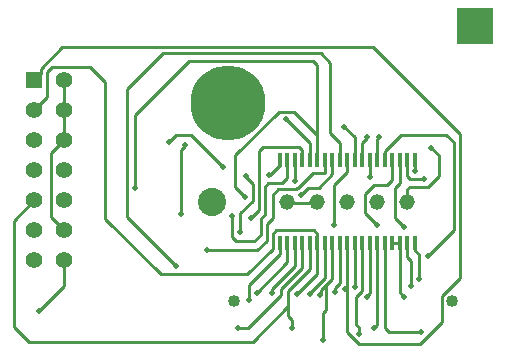
<source format=gtl>
G04*
G04 #@! TF.GenerationSoftware,Altium Limited,Altium Designer,21.6.4 (81)*
G04*
G04 Layer_Physical_Order=1*
G04 Layer_Color=255*
%FSLAX25Y25*%
%MOIN*%
G70*
G04*
G04 #@! TF.SameCoordinates,82D07BB3-39A6-4B9F-A2C0-6B90CFECE1EA*
G04*
G04*
G04 #@! TF.FilePolarity,Positive*
G04*
G01*
G75*
%ADD15C,0.01000*%
%ADD16R,0.01693X0.05000*%
%ADD26R,0.12000X0.12000*%
%ADD27C,0.04016*%
%ADD28R,0.05500X0.05500*%
%ADD29C,0.05500*%
%ADD30C,0.09409*%
%ADD31C,0.05189*%
%ADD32C,0.25000*%
%ADD33C,0.02000*%
D15*
X-13196Y33020D02*
Y33290D01*
X-14500Y31716D02*
X-13196Y33020D01*
X-5796Y-1709D02*
X10904D01*
X-5811Y-1725D02*
X-5796Y-1709D01*
X-14500Y10500D02*
Y31716D01*
X-16209Y36790D02*
X-11196D01*
X-18500Y34500D02*
X-16209Y36790D01*
X71604Y22896D02*
Y29896D01*
X69000Y32500D02*
X71604Y29896D01*
X51000Y28398D02*
Y35229D01*
X51500Y35729D02*
Y36000D01*
X51000Y35229D02*
X51500Y35729D01*
X23291Y44500D02*
X31000Y36790D01*
X18142Y44500D02*
X23291D01*
X20500Y42000D02*
X28500Y34000D01*
Y28398D02*
Y34000D01*
X3504Y29862D02*
X18142Y44500D01*
X40000Y39500D02*
X43500Y36000D01*
Y28398D02*
Y36000D01*
X46000Y28398D02*
Y34080D01*
X47574Y35655D01*
Y35925D01*
X18500Y26744D02*
Y28398D01*
X15000Y23500D02*
X15256D01*
X18500Y26744D01*
X18004Y18595D02*
X23873D01*
X24535Y19000D02*
X29626Y24091D01*
X23500Y21500D02*
X23500Y21500D01*
X23500Y21500D02*
Y28398D01*
X23873Y18595D02*
X24278Y19000D01*
X23500Y28398D02*
X23500Y28398D01*
X24278Y19000D02*
X24535D01*
X29626Y24091D02*
X33500D01*
X21000Y22487D02*
Y28398D01*
X19108Y20595D02*
X21000Y22487D01*
X67904Y-3610D02*
X76404Y4891D01*
X64704Y-11209D02*
Y-3109D01*
X63500Y-1905D02*
X64704Y-3109D01*
X62204Y-13710D02*
Y-5310D01*
X63500Y-1905D02*
Y603D01*
X47675Y-17175D02*
Y-16904D01*
X48500Y-16079D01*
Y603D01*
X44000Y-26500D02*
Y-17313D01*
X43500Y-12410D02*
X43504Y-12414D01*
X43500Y-12410D02*
Y603D01*
X44000Y-17313D02*
X46004Y-15310D01*
X41000Y-27005D02*
Y-13713D01*
X46004Y-15310D02*
Y-6409D01*
X43504Y-13810D02*
Y-12414D01*
X40104Y-14609D02*
X41000Y-13713D01*
Y603D01*
X32191Y-15051D02*
X34004Y-13238D01*
X32191Y-16309D02*
Y-15051D01*
X32000Y-16500D02*
X32191Y-16309D01*
X4500Y-27500D02*
X7914D01*
X18904Y-16510D01*
X21250Y-23580D02*
X22500Y-24830D01*
Y-27500D02*
Y-24830D01*
X21250Y-23580D02*
Y-20432D01*
X51000Y-26729D02*
Y603D01*
X50000Y-27729D02*
X51000Y-26729D01*
X33000Y-31500D02*
Y-22736D01*
X34004Y-21732D02*
Y-13238D01*
X33000Y-22736D02*
X34004Y-21732D01*
X44809Y-29309D02*
X45000Y-29500D01*
X44809Y-29309D02*
Y-27309D01*
X44000Y-26500D02*
X44809Y-27309D01*
X41000Y-29035D02*
X44957Y-32992D01*
X65043D01*
X41000Y-29035D02*
Y-27005D01*
X65043Y-32992D02*
X72374Y-25661D01*
X78404Y-11009D02*
Y36990D01*
X53500Y-27729D02*
X54771Y-29000D01*
X72374Y-25661D02*
Y-17039D01*
X54771Y-29000D02*
X65500D01*
X72374Y-17039D02*
X78404Y-11009D01*
X53500Y-27729D02*
Y603D01*
X-11196Y36790D02*
X-496Y26090D01*
X61000Y14500D02*
Y18586D01*
X61710Y19296D01*
X68004D01*
X71604Y22896D01*
X7204Y22702D02*
Y22886D01*
Y22702D02*
X9382Y20524D01*
Y14791D02*
Y20524D01*
X5204Y10613D02*
X9382Y14791D01*
X5204Y4384D02*
Y10613D01*
X26000Y28398D02*
Y31791D01*
X25000Y32790D02*
X26000Y31791D01*
X12810Y32790D02*
X25000D01*
X11382Y31362D02*
X12810Y32790D01*
X11382Y11690D02*
Y31362D01*
X8882Y9190D02*
X11382Y11690D01*
X31000Y28398D02*
Y36790D01*
Y59995D01*
X29504Y61490D02*
X31000Y59995D01*
X-11896Y61490D02*
X29504D01*
X-29896Y43490D02*
X-11896Y61490D01*
X-29896Y19091D02*
Y43490D01*
X3504Y19290D02*
X6804Y15991D01*
X3504Y19290D02*
Y29862D01*
X36000Y23591D02*
Y28398D01*
X31367Y18957D02*
X36000Y23591D01*
X27771Y18957D02*
X31367D01*
X25504Y16691D02*
X27771Y18957D01*
X38500Y-12524D02*
Y603D01*
X36780Y-14245D02*
X38500Y-12524D01*
X36780Y-15722D02*
Y-14245D01*
X-32396Y9490D02*
X-15996Y-6910D01*
X-32396Y9490D02*
Y52091D01*
X-20496Y63990D01*
X32104D01*
X35304Y60790D01*
Y37387D02*
Y60790D01*
Y37387D02*
X38500Y34190D01*
Y28398D02*
Y34190D01*
X-63374Y55008D02*
X-61273Y57109D01*
Y58790D01*
X-54073Y65991D01*
X49404D01*
X78404Y36990D01*
X23500Y-6931D02*
Y603D01*
X15882Y-14549D02*
X23500Y-6931D01*
X15882Y-15932D02*
Y-14549D01*
X18904Y-16510D02*
Y-14777D01*
X26000Y-7681D01*
Y603D01*
X24313Y-16409D02*
X31000Y-9723D01*
Y603D01*
X28480Y-16409D02*
Y-15933D01*
X33500Y-10914D01*
Y603D01*
X58500Y-15733D02*
X59976Y-17210D01*
X58500Y-15733D02*
Y603D01*
X21000Y14500D02*
X21310Y14190D01*
X30690D01*
X31000Y14500D01*
X8204Y-18409D02*
Y-13209D01*
X18500Y-2913D01*
Y603D01*
X14688Y20595D02*
X19108D01*
X13382Y19288D02*
X14688Y20595D01*
X13382Y10168D02*
Y19288D01*
X12104Y8890D02*
X13382Y10168D01*
X12104Y3513D02*
Y8890D01*
X9933Y1342D02*
X12104Y3513D01*
X3854Y1342D02*
X9933D01*
X2405Y2791D02*
X3854Y1342D01*
X2405Y2791D02*
Y9590D01*
X-63374Y45008D02*
X-59096Y49286D01*
Y57758D01*
X-57596Y59258D01*
X-44663D01*
X-39696Y54290D01*
Y8790D02*
Y54290D01*
Y8790D02*
X-21196Y-9709D01*
X7604D01*
X16104Y-1209D01*
Y3791D01*
X17204Y4891D01*
X29900D01*
X31000Y3791D01*
Y603D02*
Y3791D01*
X33500Y24091D02*
Y28398D01*
X16204Y16795D02*
X18004Y18595D01*
X16204Y8991D02*
Y16795D01*
X14104Y6891D02*
X16204Y8991D01*
X14104Y1491D02*
Y6891D01*
X10904Y-1709D02*
X14104Y1491D01*
X36504Y6590D02*
Y19895D01*
X41000Y24390D01*
Y28398D01*
X46904Y10690D02*
X51004Y6590D01*
X46904Y10690D02*
Y16991D01*
X50004Y20090D01*
X54300D01*
X56000Y21790D01*
Y28398D01*
X36000Y-11242D02*
Y603D01*
X34004Y-13238D02*
X36000Y-11242D01*
X58500Y20691D02*
Y28398D01*
X56904Y19094D02*
X58500Y20691D01*
X56904Y8963D02*
Y19094D01*
Y8963D02*
X59976Y5891D01*
X48500Y22691D02*
Y28398D01*
X53500D02*
Y31383D01*
X58747Y36630D01*
X74004D01*
X76404Y34230D01*
Y4891D02*
Y34230D01*
X61000Y-4106D02*
X62204Y-5310D01*
X61000Y-4106D02*
Y603D01*
X63500Y24590D02*
Y28398D01*
X61000Y22895D02*
Y28398D01*
Y22895D02*
X62004Y21891D01*
X66504D01*
X-70296Y8086D02*
X-63374Y15008D01*
X-70296Y-27209D02*
Y8086D01*
Y-27209D02*
X-65196Y-32309D01*
X9372D01*
X21250Y-20432D01*
Y-15260D01*
X28500Y-8010D01*
Y603D01*
X-61896Y-22009D02*
X-53374Y-13487D01*
Y-4992D01*
X10704Y-16010D02*
X21000Y-5714D01*
Y603D01*
X46000Y-6406D02*
X46004Y-6409D01*
X46000Y-6406D02*
Y603D01*
X-57696Y30686D02*
X-53374Y35008D01*
X-57696Y9330D02*
Y30686D01*
Y9330D02*
X-53374Y5008D01*
Y45008D02*
Y55008D01*
Y35008D02*
Y45008D01*
X56000Y603D02*
X58500D01*
D16*
X18500D02*
D03*
X21000D02*
D03*
X23500D02*
D03*
X26000D02*
D03*
X28500D02*
D03*
X31000D02*
D03*
X33500D02*
D03*
X36000D02*
D03*
X38500D02*
D03*
X41000D02*
D03*
X43500D02*
D03*
X46000D02*
D03*
X48500D02*
D03*
X51000D02*
D03*
X53500D02*
D03*
X56000D02*
D03*
X58500D02*
D03*
X61000D02*
D03*
X63500D02*
D03*
X18500Y28398D02*
D03*
X21000D02*
D03*
X23500D02*
D03*
X26000D02*
D03*
X28500D02*
D03*
X31000D02*
D03*
X33500D02*
D03*
X36000D02*
D03*
X38500D02*
D03*
X41000D02*
D03*
X43500D02*
D03*
X46000D02*
D03*
X48500D02*
D03*
X51000D02*
D03*
X53500D02*
D03*
X56000D02*
D03*
X58500D02*
D03*
X61000D02*
D03*
X63500D02*
D03*
D26*
X83626Y73008D02*
D03*
D27*
X3126Y-18492D02*
D03*
X75882D02*
D03*
D28*
X-63374Y55008D02*
D03*
D29*
X-53374Y45008D02*
D03*
Y55008D02*
D03*
X-63374Y45008D02*
D03*
X-53374Y35008D02*
D03*
X-63374D02*
D03*
X-53374Y25008D02*
D03*
X-63374D02*
D03*
X-53374Y15008D02*
D03*
X-63374D02*
D03*
X-53374Y5008D02*
D03*
X-63374D02*
D03*
X-53374Y-4992D02*
D03*
X-63374D02*
D03*
D30*
X-4000Y14500D02*
D03*
D31*
X21000D02*
D03*
X31000D02*
D03*
X41000D02*
D03*
X51000D02*
D03*
X61000D02*
D03*
D32*
X1205Y47362D02*
D03*
D33*
X-14500Y10500D02*
D03*
X-5811Y-1725D02*
D03*
X-18500Y34500D02*
D03*
X69000Y32500D02*
D03*
X51500Y36000D02*
D03*
X20500Y42000D02*
D03*
X40000Y39500D02*
D03*
X47574Y35925D02*
D03*
X15000Y23500D02*
D03*
X23500Y21500D02*
D03*
X67904Y-3610D02*
D03*
X64704Y-11209D02*
D03*
X62204Y-13710D02*
D03*
X47675Y-17175D02*
D03*
X43504Y-13810D02*
D03*
X32000Y-16500D02*
D03*
X4500Y-27500D02*
D03*
X22500D02*
D03*
X50000Y-27729D02*
D03*
X33000Y-31500D02*
D03*
X45000Y-29500D02*
D03*
X65500Y-29000D02*
D03*
X-496Y26090D02*
D03*
X7204Y22886D02*
D03*
X5204Y4384D02*
D03*
X8882Y9190D02*
D03*
X-29896Y19091D02*
D03*
X6804Y15991D02*
D03*
X25504Y16691D02*
D03*
X36780Y-15722D02*
D03*
X-15996Y-6910D02*
D03*
X15882Y-15932D02*
D03*
X24313Y-16409D02*
D03*
X28480D02*
D03*
X59976Y-17210D02*
D03*
X8204Y-18409D02*
D03*
X2405Y9590D02*
D03*
X-13196Y33290D02*
D03*
X36504Y6590D02*
D03*
X51004D02*
D03*
X59976Y5891D02*
D03*
X48500Y22691D02*
D03*
X63500Y24590D02*
D03*
X66504Y21891D02*
D03*
X-61896Y-22009D02*
D03*
X10704Y-16010D02*
D03*
X40104Y-14609D02*
D03*
M02*

</source>
